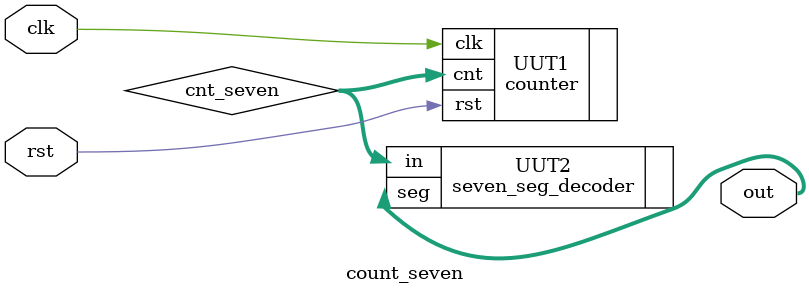
<source format=v>
module count_seven(input clk, input rst, output reg [6:0]out);


wire [3:0]cnt_seven;

counter UUT1(.clk(clk), .rst(rst), .cnt(cnt_seven));

seven_seg_decoder UUT2(.in(cnt_seven), .seg(out));


endmodule

</source>
